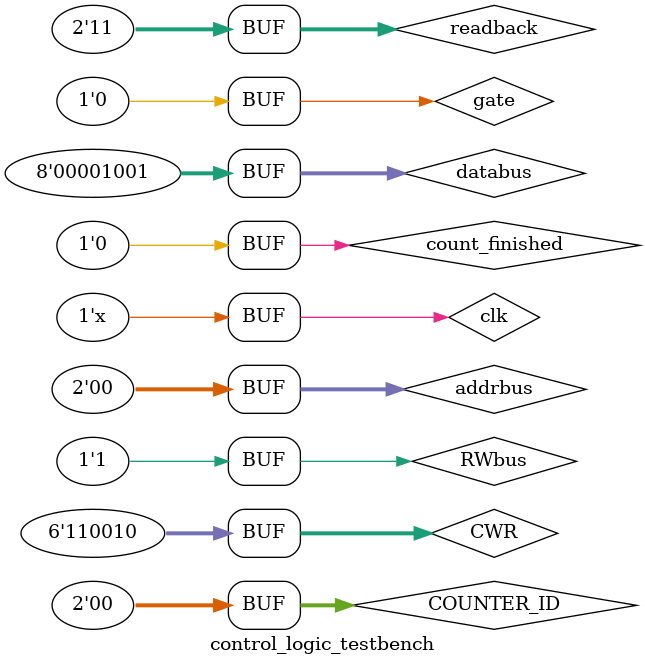
<source format=v>
`timescale 1ns/1ps

module control_logic_testbench;
    //indirizzo del contatore di appartenenza
    reg [1:0] COUNTER_ID = 2'b00;
    //porte con l'esterno
    reg clk = 0;
    always #5 clk = !clk;
    reg gate = 0;
    wire out;
    //porte per le istruzioni provenienti dal Control Word Register
    reg [5:0] CWR; //CWR[5:4]=high/low byte; CWR[3:1]=mode; CWR[0]=BCD
    reg [1:0] readback = 2'b11; //readback[1]=COUNT_; readback[0]=STATUS_
    //porte per osservare i bus
    reg [7:0] databus;
    reg [1:0] addrbus = 2'b00;
    reg       RWbus = 0; //0=scrittura; 1=lettura
    //fili di controllo CR
    wire write_high;
    wire write_low;
    wire CR_reset;
    //fili di controllo CE
    wire start_count;
    reg count_finished = 0; //=1 se CE raggiunge zero
    //fili di controllo OL
    wire read_high;
    wire read_low;
    wire latch_high;
    wire latch_low;
    wire OL_reset;
    //per registro STATUS
    wire null_count; //0=CR loaded in CE; 1=new control word / new content in CR
    
    initial begin
        #1;
        CWR = 6'b010000;
        #1;
        databus = 8'd12;
        #17;
        CWR = 6'b110010;
        databus = 8'd119;
        #5 databus = 8'd9;
        #10;
        RWbus = 1;
    end
    
    control_logic CL(
        .COUNTER_ID(COUNTER_ID),
        .clk(clk), .gate(gate), .out(out),
        .CWR(CWR), .readback(readback),
        .databus(databus), .addrbus(addrbus), .RWbus(RWbus),
        .write_high(write_high), .write_low(write_low), .CR_reset(CR_reset),
        .start_count(start_count), .count_finished(count_finished),
        .read_high(read_high), .read_low(read_low),
        .latch_high(latch_high), .latch_low(latch_low),
        .OL_reset(OL_reset),
        .null_count(null_count)
    );
    
    wire write_completed = CL.write_completed;
    wire half_write = CL.half_write;
	
endmodule

</source>
